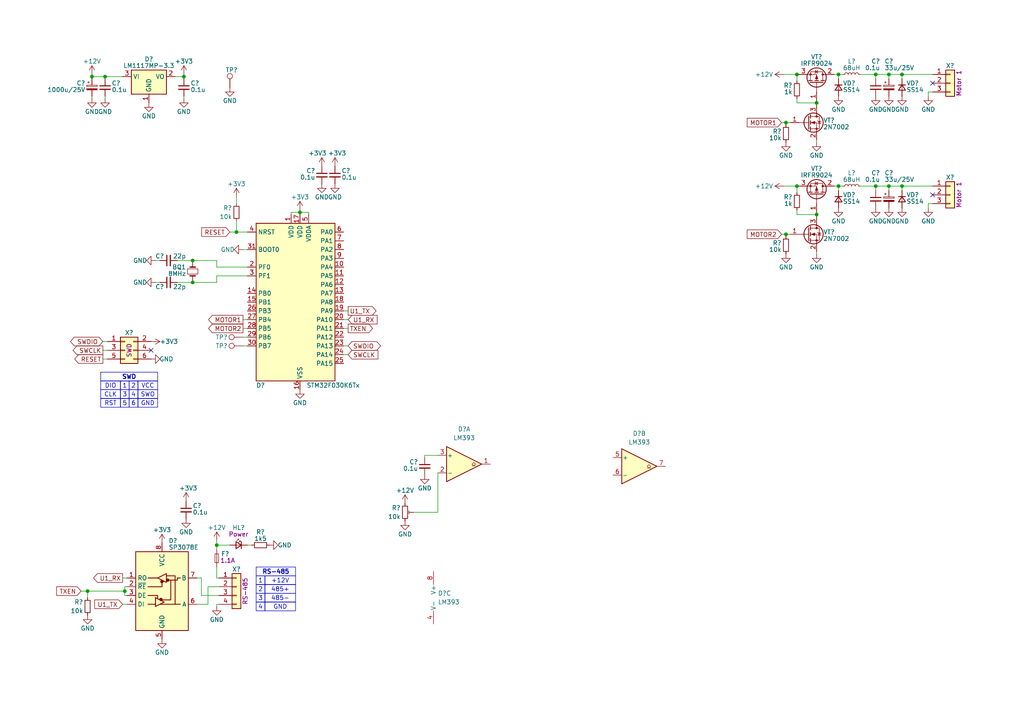
<source format=kicad_sch>
(kicad_sch (version 20230121) (generator eeschema)
  (paper "A4")
  (title_block (title "RS485_Relay2 module") (rev "1") (company "ООО \"Экросхим\"") (comment 1 "Anton Mukhin"))
  (lib_symbols
    (symbol "Comparator:LM393" (pin_names (offset 0.127))
      (property "Reference" "U" (at 3.81 3.81 0))
      (property "Value" "LM393" (at 6.35 -3.81 0))
      (symbol "LM393_1_1"
        (polyline (pts (xy -5.08 5.08) (xy 5.08 0) (xy -5.08 -5.08) (xy -5.08 5.08)) (stroke (width 0.254)) (fill (type background)))
        (polyline (pts (xy 3.302 -0.508) (xy 2.794 -0.508) (xy 3.302 0) (xy 2.794 0.508) (xy 2.286 0) (xy 2.794 -0.508) (xy 2.286 -0.508)) (stroke (width 0.127)))
        (pin open_collector line (at 7.62 0 180) (length 2.54) (name "~") (number "1"))
        (pin input line (at -7.62 -2.54 0) (length 2.54) (name "-") (number "2"))
        (pin input line (at -7.62 2.54 0) (length 2.54) (name "+") (number "3"))
      )
      (symbol "LM393_2_1"
        (polyline (pts (xy -5.08 5.08) (xy 5.08 0) (xy -5.08 -5.08) (xy -5.08 5.08)) (stroke (width 0.254)) (fill (type background)))
        (polyline (pts (xy 3.302 -0.508) (xy 2.794 -0.508) (xy 3.302 0) (xy 2.794 0.508) (xy 2.286 0) (xy 2.794 -0.508) (xy 2.286 -0.508)) (stroke (width 0.127)))
        (pin input line (at -7.62 2.54 0) (length 2.54) (name "+") (number "5"))
        (pin input line (at -7.62 -2.54 0) (length 2.54) (name "-") (number "6"))
        (pin open_collector line (at 7.62 0 180) (length 2.54) (name "~") (number "7"))
      )
      (symbol "LM393_3_1"
        (pin power_in line (at -2.54 -7.62 90) (length 3.81) (name "V-") (number "4"))
        (pin power_in line (at -2.54 7.62 270) (length 3.81) (name "V+") (number "8"))
      )
    )
    (symbol "Connector:TestPoint" (pin_numbers hide) (pin_names (offset 0.762) hide)
      (property "Reference" "TP" (at 0 6.858 0))
      (property "Value" "TestPoint" (at 0 5.08 0))
      (symbol "TestPoint_0_1"
        (circle (center 0 3.302) (radius 0.762))
      )
      (symbol "TestPoint_1_1"
        (pin passive line (at 0 0 90) (length 2.54) (name "1") (number "1"))
      )
    )
    (symbol "Connector_Generic:Conn_01x03" (pin_names (offset 1.016) hide)
      (property "Reference" "J" (at 0 5.08 0))
      (property "Value" "Conn_01x03" (at 0 -5.08 0))
      (symbol "Conn_01x03_1_1"
        (rectangle (start -1.27 -2.413) (end 0 -2.667) (stroke (width 0.1524)))
        (rectangle (start -1.27 0.127) (end 0 -0.127) (stroke (width 0.1524)))
        (rectangle (start -1.27 2.667) (end 0 2.413) (stroke (width 0.1524)))
        (rectangle (start -1.27 3.81) (end 1.27 -3.81) (stroke (width 0.254)) (fill (type background)))
        (pin passive line (at -5.08 2.54 0) (length 3.81) (name "Pin_1") (number "1"))
        (pin passive line (at -5.08 0 0) (length 3.81) (name "Pin_2") (number "2"))
        (pin passive line (at -5.08 -2.54 0) (length 3.81) (name "Pin_3") (number "3"))
      )
    )
    (symbol "Connector_Generic:Conn_01x04" (pin_names (offset 1.016) hide)
      (property "Reference" "J" (at 0 5.08 0))
      (property "Value" "Conn_01x04" (at 0 -7.62 0))
      (symbol "Conn_01x04_1_1"
        (rectangle (start -1.27 -4.953) (end 0 -5.207) (stroke (width 0.1524)))
        (rectangle (start -1.27 -2.413) (end 0 -2.667) (stroke (width 0.1524)))
        (rectangle (start -1.27 0.127) (end 0 -0.127) (stroke (width 0.1524)))
        (rectangle (start -1.27 2.667) (end 0 2.413) (stroke (width 0.1524)))
        (rectangle (start -1.27 3.81) (end 1.27 -6.35) (stroke (width 0.254)) (fill (type background)))
        (pin passive line (at -5.08 2.54 0) (length 3.81) (name "Pin_1") (number "1"))
        (pin passive line (at -5.08 0 0) (length 3.81) (name "Pin_2") (number "2"))
        (pin passive line (at -5.08 -2.54 0) (length 3.81) (name "Pin_3") (number "3"))
        (pin passive line (at -5.08 -5.08 0) (length 3.81) (name "Pin_4") (number "4"))
      )
    )
    (symbol "Connector_Generic:Conn_02x03_Odd_Even" (pin_names (offset 1.016) hide)
      (property "Reference" "J" (at 1.27 5.08 0))
      (property "Value" "Conn_02x03_Odd_Even" (at 1.27 -5.08 0))
      (symbol "Conn_02x03_Odd_Even_1_1"
        (rectangle (start -1.27 -2.413) (end 0 -2.667) (stroke (width 0.1524)))
        (rectangle (start -1.27 0.127) (end 0 -0.127) (stroke (width 0.1524)))
        (rectangle (start -1.27 2.667) (end 0 2.413) (stroke (width 0.1524)))
        (rectangle (start -1.27 3.81) (end 3.81 -3.81) (stroke (width 0.254)) (fill (type background)))
        (rectangle (start 3.81 -2.413) (end 2.54 -2.667) (stroke (width 0.1524)))
        (rectangle (start 3.81 0.127) (end 2.54 -0.127) (stroke (width 0.1524)))
        (rectangle (start 3.81 2.667) (end 2.54 2.413) (stroke (width 0.1524)))
        (pin passive line (at -5.08 2.54 0) (length 3.81) (name "Pin_1") (number "1"))
        (pin passive line (at 7.62 2.54 180) (length 3.81) (name "Pin_2") (number "2"))
        (pin passive line (at -5.08 0 0) (length 3.81) (name "Pin_3") (number "3"))
        (pin passive line (at 7.62 0 180) (length 3.81) (name "Pin_4") (number "4"))
        (pin passive line (at -5.08 -2.54 0) (length 3.81) (name "Pin_5") (number "5"))
        (pin passive line (at 7.62 -2.54 180) (length 3.81) (name "Pin_6") (number "6"))
      )
    )
    (symbol "Device:C_Polarized_Small" (pin_numbers hide) (pin_names (offset 0.254) hide)
      (property "Reference" "C" (at 0.254 1.778 0))
      (property "Value" "C_Polarized_Small" (at 0.254 -2.032 0))
      (symbol "C_Polarized_Small_0_1"
        (rectangle (start -1.524 -0.3048) (end 1.524 -0.6858) (fill (type outline)))
        (rectangle (start -1.524 0.6858) (end 1.524 0.3048))
        (polyline (pts (xy -1.27 1.524) (xy -0.762 1.524)))
        (polyline (pts (xy -1.016 1.27) (xy -1.016 1.778)))
      )
      (symbol "C_Polarized_Small_1_1"
        (pin passive line (at 0 2.54 270) (length 1.8542) (name "~") (number "1"))
        (pin passive line (at 0 -2.54 90) (length 1.8542) (name "~") (number "2"))
      )
    )
    (symbol "Device:C_Small" (pin_numbers hide) (pin_names (offset 0.254) hide)
      (property "Reference" "C" (at 0.254 1.778 0))
      (property "Value" "C_Small" (at 0.254 -2.032 0))
      (symbol "C_Small_0_1"
        (polyline (pts (xy -1.524 -0.508) (xy 1.524 -0.508)) (stroke (width 0.3302)))
        (polyline (pts (xy -1.524 0.508) (xy 1.524 0.508)) (stroke (width 0.3048)))
      )
      (symbol "C_Small_1_1"
        (pin passive line (at 0 2.54 270) (length 2.032) (name "~") (number "1"))
        (pin passive line (at 0 -2.54 90) (length 2.032) (name "~") (number "2"))
      )
    )
    (symbol "Device:Crystal_Small" (pin_numbers hide) (pin_names (offset 1.016) hide)
      (property "Reference" "Y" (at 0 2.54 0))
      (property "Value" "Crystal_Small" (at 0 -2.54 0))
      (symbol "Crystal_Small_0_1"
        (rectangle (start -0.762 -1.524) (end 0.762 1.524))
        (polyline (pts (xy -1.27 -0.762) (xy -1.27 0.762)) (stroke (width 0.381)))
        (polyline (pts (xy 1.27 -0.762) (xy 1.27 0.762)) (stroke (width 0.381)))
      )
      (symbol "Crystal_Small_1_1"
        (pin passive line (at -2.54 0 0) (length 1.27) (name "1") (number "1"))
        (pin passive line (at 2.54 0 180) (length 1.27) (name "2") (number "2"))
      )
    )
    (symbol "Device:D_Small" (pin_numbers hide) (pin_names (offset 0.254) hide)
      (property "Reference" "D" (at -1.27 2.032 0))
      (property "Value" "D_Small" (at -3.81 -2.032 0))
      (symbol "D_Small_0_1"
        (polyline (pts (xy -0.762 -1.016) (xy -0.762 1.016)) (stroke (width 0.254)))
        (polyline (pts (xy -0.762 0) (xy 0.762 0)))
        (polyline (pts (xy 0.762 -1.016) (xy -0.762 0) (xy 0.762 1.016) (xy 0.762 -1.016)) (stroke (width 0.254)))
      )
      (symbol "D_Small_1_1"
        (pin passive line (at -2.54 0 0) (length 1.778) (name "K") (number "1"))
        (pin passive line (at 2.54 0 180) (length 1.778) (name "A") (number "2"))
      )
    )
    (symbol "Device:Fuse_Small" (pin_numbers hide) (pin_names (offset 0.254) hide)
      (property "Reference" "F" (at 0 -1.524 0))
      (property "Value" "Fuse_Small" (at 0 1.524 0))
      (symbol "Fuse_Small_0_1"
        (rectangle (start -1.27 0.508) (end 1.27 -0.508))
        (polyline (pts (xy -1.27 0) (xy 1.27 0)))
      )
      (symbol "Fuse_Small_1_1"
        (pin passive line (at -2.54 0 0) (length 1.27) (name "~") (number "1"))
        (pin passive line (at 2.54 0 180) (length 1.27) (name "~") (number "2"))
      )
    )
    (symbol "Device:LED_Small" (pin_numbers hide) (pin_names (offset 0.254) hide)
      (property "Reference" "D" (at -1.27 3.175 0))
      (property "Value" "LED_Small" (at -4.445 -2.54 0))
      (symbol "LED_Small_0_1"
        (polyline (pts (xy -0.762 -1.016) (xy -0.762 1.016)) (stroke (width 0.254)))
        (polyline (pts (xy 1.016 0) (xy -0.762 0)))
        (polyline (pts (xy 0.762 -1.016) (xy -0.762 0) (xy 0.762 1.016) (xy 0.762 -1.016)) (stroke (width 0.254)))
        (polyline (pts (xy 0 0.762) (xy -0.508 1.27) (xy -0.254 1.27) (xy -0.508 1.27) (xy -0.508 1.016)))
        (polyline (pts (xy 0.508 1.27) (xy 0 1.778) (xy 0.254 1.778) (xy 0 1.778) (xy 0 1.524)))
      )
      (symbol "LED_Small_1_1"
        (pin passive line (at -2.54 0 0) (length 1.778) (name "K") (number "1"))
        (pin passive line (at 2.54 0 180) (length 1.778) (name "A") (number "2"))
      )
    )
    (symbol "Device:L_Small" (pin_numbers hide) (pin_names (offset 0.254) hide)
      (property "Reference" "L" (at 0.762 1.016 0))
      (property "Value" "L_Small" (at 0.762 -1.016 0))
      (symbol "L_Small_0_1"
        (arc (start 0 -2.032) (mid 0.5058 -1.524) (end 0 -1.016))
        (arc (start 0 -1.016) (mid 0.5058 -0.508) (end 0 0))
        (arc (start 0 0) (mid 0.5058 0.508) (end 0 1.016))
        (arc (start 0 1.016) (mid 0.5058 1.524) (end 0 2.032))
      )
      (symbol "L_Small_1_1"
        (pin passive line (at 0 2.54 270) (length 0.508) (name "~") (number "1"))
        (pin passive line (at 0 -2.54 90) (length 0.508) (name "~") (number "2"))
      )
    )
    (symbol "Device:Q_PMOS_GDS" (pin_names (offset 0) hide)
      (property "Reference" "Q" (at 5.08 1.27 0))
      (property "Value" "Q_PMOS_GDS" (at 5.08 -1.27 0))
      (symbol "Q_PMOS_GDS_0_1"
        (polyline (pts (xy 0.254 0) (xy -2.54 0)))
        (polyline (pts (xy 0.254 1.905) (xy 0.254 -1.905)) (stroke (width 0.254)))
        (polyline (pts (xy 0.762 -1.27) (xy 0.762 -2.286)) (stroke (width 0.254)))
        (polyline (pts (xy 0.762 0.508) (xy 0.762 -0.508)) (stroke (width 0.254)))
        (polyline (pts (xy 0.762 2.286) (xy 0.762 1.27)) (stroke (width 0.254)))
        (polyline (pts (xy 2.54 2.54) (xy 2.54 1.778)))
        (polyline (pts (xy 2.54 -2.54) (xy 2.54 0) (xy 0.762 0)))
        (polyline (pts (xy 0.762 1.778) (xy 3.302 1.778) (xy 3.302 -1.778) (xy 0.762 -1.778)))
        (polyline (pts (xy 2.286 0) (xy 1.27 0.381) (xy 1.27 -0.381) (xy 2.286 0)) (fill (type outline)))
        (polyline (pts (xy 2.794 -0.508) (xy 2.921 -0.381) (xy 3.683 -0.381) (xy 3.81 -0.254)))
        (polyline (pts (xy 3.302 -0.381) (xy 2.921 0.254) (xy 3.683 0.254) (xy 3.302 -0.381)))
        (circle (center 1.651 0) (radius 2.794) (stroke (width 0.254)))
        (circle (center 2.54 -1.778) (radius 0.254) (fill (type outline)))
        (circle (center 2.54 1.778) (radius 0.254) (fill (type outline)))
      )
      (symbol "Q_PMOS_GDS_1_1"
        (pin input line (at -5.08 0 0) (length 2.54) (name "G") (number "1"))
        (pin passive line (at 2.54 5.08 270) (length 2.54) (name "D") (number "2"))
        (pin passive line (at 2.54 -5.08 90) (length 2.54) (name "S") (number "3"))
      )
    )
    (symbol "Device:R_Small" (pin_numbers hide) (pin_names (offset 0.254) hide)
      (property "Reference" "R" (at 0.762 0.508 0))
      (property "Value" "R_Small" (at 0.762 -1.016 0))
      (symbol "R_Small_0_1"
        (rectangle (start -0.762 1.778) (end 0.762 -1.778) (stroke (width 0.2032)))
      )
      (symbol "R_Small_1_1"
        (pin passive line (at 0 2.54 270) (length 0.762) (name "~") (number "1"))
        (pin passive line (at 0 -2.54 90) (length 0.762) (name "~") (number "2"))
      )
    )
    (symbol "Ecohim:R_Trim_Small" (pin_numbers hide) (pin_names (offset 0.254) hide)
      (property "Reference" "R" (at 0.762 1.27 0))
      (property "Value" "R_Small" (at 0.762 -1.651 0))
      (symbol "R_Trim_Small_0_1"
        (rectangle (start -0.762 1.778) (end 0.762 -1.778) (stroke (width 0.2032)))
        (polyline (pts (xy 1.143 -0.508) (xy 1.143 0.508)))
      )
      (symbol "R_Trim_Small_1_1"
        (pin passive line (at 0 2.54 270) (length 0.762) (name "~") (number "1"))
        (pin passive line (at 2.54 0 180) (length 1.397) (name "~") (number "2"))
        (pin passive line (at 0 -2.54 90) (length 0.762) (name "~") (number "3"))
      )
    )
    (symbol "Interface_UART:MAX3485"
      (property "Reference" "U" (at -6.096 11.43 0))
      (property "Value" "MAX3485" (at 0.762 11.43 0))
      (symbol "MAX3485_0_1"
        (rectangle (start -7.62 10.16) (end 7.62 -12.7) (stroke (width 0.254)) (fill (type background)))
        (circle (center -0.3048 -3.683) (radius 0.3556) (stroke (width 0.254)) (fill (type outline)))
        (circle (center -0.0254 1.4986) (radius 0.3556) (stroke (width 0.254)) (fill (type outline)))
        (polyline (pts (xy -4.064 -5.08) (xy -1.905 -5.08)) (stroke (width 0.254)))
        (polyline (pts (xy -4.064 2.54) (xy -1.27 2.54)) (stroke (width 0.254)))
        (polyline (pts (xy -1.27 -3.2004) (xy -1.27 -3.4544)) (stroke (width 0.254)))
        (polyline (pts (xy -0.635 -5.08) (xy 5.334 -5.08)) (stroke (width 0.254)))
        (polyline (pts (xy -4.064 -2.54) (xy -1.27 -2.54) (xy -1.27 -3.175)) (stroke (width 0.254)))
        (polyline (pts (xy 0 1.27) (xy 0 0) (xy -4.064 0)) (stroke (width 0.254)))
        (polyline (pts (xy 1.27 3.175) (xy 3.81 3.175) (xy 3.81 -5.08)) (stroke (width 0.254)))
        (polyline (pts (xy 2.54 1.905) (xy 2.54 -3.81) (xy 0 -3.81)) (stroke (width 0.254)))
        (polyline (pts (xy -1.905 -3.175) (xy -1.905 -5.715) (xy 0.635 -4.445) (xy -1.905 -3.175)) (stroke (width 0.254)))
        (polyline (pts (xy -1.27 2.54) (xy 1.27 3.81) (xy 1.27 1.27) (xy -1.27 2.54)) (stroke (width 0.254)))
        (polyline (pts (xy 1.905 1.905) (xy 4.445 1.905) (xy 4.445 2.54) (xy 5.334 2.54)) (stroke (width 0.254)))
        (rectangle (start 1.27 3.175) (end 1.27 3.175))
        (circle (center 1.651 1.905) (radius 0.3556) (stroke (width 0.254)) (fill (type outline)))
      )
      (symbol "MAX3485_1_1"
        (pin output line (at -10.16 2.54 0) (length 2.54) (name "RO") (number "1"))
        (pin input line (at -10.16 0 0) (length 2.54) (name "~{RE}") (number "2"))
        (pin input line (at -10.16 -2.54 0) (length 2.54) (name "DE") (number "3"))
        (pin input line (at -10.16 -5.08 0) (length 2.54) (name "DI") (number "4"))
        (pin power_in line (at 0 -15.24 90) (length 2.54) (name "GND") (number "5"))
        (pin bidirectional line (at 10.16 -5.08 180) (length 2.54) (name "A") (number "6"))
        (pin bidirectional line (at 10.16 2.54 180) (length 2.54) (name "B") (number "7"))
        (pin power_in line (at 0 12.7 270) (length 2.54) (name "VCC") (number "8"))
      )
    )
    (symbol "MCU_ST_STM32F0:STM32F030K6Tx"
      (property "Reference" "U" (at -10.16 24.13 0))
      (property "Value" "STM32F030K6Tx" (at 7.62 24.13 0))
      (symbol "STM32F030K6Tx_0_1"
        (rectangle (start -10.16 -22.86) (end 12.7 22.86) (stroke (width 0.254)) (fill (type background)))
      )
      (symbol "STM32F030K6Tx_1_1"
        (pin power_in line (at 0 25.4 270) (length 2.54) (name "VDD") (number "1"))
        (pin bidirectional line (at 15.24 10.16 180) (length 2.54) (name "PA4") (number "10"))
        (pin bidirectional line (at 15.24 7.62 180) (length 2.54) (name "PA5") (number "11"))
        (pin bidirectional line (at 15.24 5.08 180) (length 2.54) (name "PA6") (number "12"))
        (pin bidirectional line (at 15.24 2.54 180) (length 2.54) (name "PA7") (number "13"))
        (pin bidirectional line (at -12.7 2.54 0) (length 2.54) (name "PB0") (number "14"))
        (pin bidirectional line (at -12.7 0 0) (length 2.54) (name "PB1") (number "15"))
        (pin power_in line (at 2.54 -25.4 90) (length 2.54) (name "VSS") (number "16"))
        (pin power_in line (at 2.54 25.4 270) (length 2.54) (name "VDD") (number "17"))
        (pin bidirectional line (at 15.24 0 180) (length 2.54) (name "PA8") (number "18"))
        (pin bidirectional line (at 15.24 -2.54 180) (length 2.54) (name "PA9") (number "19"))
        (pin bidirectional line (at -12.7 10.16 0) (length 2.54) (name "PF0") (number "2"))
        (pin bidirectional line (at 15.24 -5.08 180) (length 2.54) (name "PA10") (number "20"))
        (pin bidirectional line (at 15.24 -7.62 180) (length 2.54) (name "PA11") (number "21"))
        (pin bidirectional line (at 15.24 -10.16 180) (length 2.54) (name "PA12") (number "22"))
        (pin bidirectional line (at 15.24 -12.7 180) (length 2.54) (name "PA13") (number "23"))
        (pin bidirectional line (at 15.24 -15.24 180) (length 2.54) (name "PA14") (number "24"))
        (pin bidirectional line (at 15.24 -17.78 180) (length 2.54) (name "PA15") (number "25"))
        (pin bidirectional line (at -12.7 -2.54 0) (length 2.54) (name "PB3") (number "26"))
        (pin bidirectional line (at -12.7 -5.08 0) (length 2.54) (name "PB4") (number "27"))
        (pin bidirectional line (at -12.7 -7.62 0) (length 2.54) (name "PB5") (number "28"))
        (pin bidirectional line (at -12.7 -10.16 0) (length 2.54) (name "PB6") (number "29"))
        (pin bidirectional line (at -12.7 7.62 0) (length 2.54) (name "PF1") (number "3"))
        (pin bidirectional line (at -12.7 -12.7 0) (length 2.54) (name "PB7") (number "30"))
        (pin input line (at -12.7 15.24 0) (length 2.54) (name "BOOT0") (number "31"))
        (pin passive line (at 2.54 -25.4 90) (length 2.54) hide (name "VSS") (number "32"))
        (pin input line (at -12.7 20.32 0) (length 2.54) (name "NRST") (number "4"))
        (pin power_in line (at 5.08 25.4 270) (length 2.54) (name "VDDA") (number "5"))
        (pin bidirectional line (at 15.24 20.32 180) (length 2.54) (name "PA0") (number "6"))
        (pin bidirectional line (at 15.24 17.78 180) (length 2.54) (name "PA1") (number "7"))
        (pin bidirectional line (at 15.24 15.24 180) (length 2.54) (name "PA2") (number "8"))
        (pin bidirectional line (at 15.24 12.7 180) (length 2.54) (name "PA3") (number "9"))
      )
    )
    (symbol "Regulator_Linear:LM1117MP-3.3"
      (property "Reference" "U" (at -3.81 3.175 0))
      (property "Value" "LM1117MP-3.3" (at 0 3.175 0))
      (symbol "LM1117MP-3.3_0_1"
        (rectangle (start -5.08 -5.08) (end 5.08 1.905) (stroke (width 0.254)) (fill (type background)))
      )
      (symbol "LM1117MP-3.3_1_1"
        (pin power_in line (at 0 -7.62 90) (length 2.54) (name "GND") (number "1"))
        (pin power_out line (at 7.62 0 180) (length 2.54) (name "VO") (number "2"))
        (pin power_in line (at -7.62 0 0) (length 2.54) (name "VI") (number "3"))
      )
    )
    (symbol "Transistor_FET:2N7002" (pin_names hide)
      (property "Reference" "Q" (at 5.08 1.905 0))
      (property "Value" "2N7002" (at 5.08 0 0))
      (symbol "2N7002_0_1"
        (polyline (pts (xy 0.254 0) (xy -2.54 0)))
        (polyline (pts (xy 0.254 1.905) (xy 0.254 -1.905)) (stroke (width 0.254)))
        (polyline (pts (xy 0.762 -1.27) (xy 0.762 -2.286)) (stroke (width 0.254)))
        (polyline (pts (xy 0.762 0.508) (xy 0.762 -0.508)) (stroke (width 0.254)))
        (polyline (pts (xy 0.762 2.286) (xy 0.762 1.27)) (stroke (width 0.254)))
        (polyline (pts (xy 2.54 2.54) (xy 2.54 1.778)))
        (polyline (pts (xy 2.54 -2.54) (xy 2.54 0) (xy 0.762 0)))
        (polyline (pts (xy 0.762 -1.778) (xy 3.302 -1.778) (xy 3.302 1.778) (xy 0.762 1.778)))
        (polyline (pts (xy 1.016 0) (xy 2.032 0.381) (xy 2.032 -0.381) (xy 1.016 0)) (fill (type outline)))
        (polyline (pts (xy 2.794 0.508) (xy 2.921 0.381) (xy 3.683 0.381) (xy 3.81 0.254)))
        (polyline (pts (xy 3.302 0.381) (xy 2.921 -0.254) (xy 3.683 -0.254) (xy 3.302 0.381)))
        (circle (center 1.651 0) (radius 2.794) (stroke (width 0.254)))
        (circle (center 2.54 -1.778) (radius 0.254) (fill (type outline)))
        (circle (center 2.54 1.778) (radius 0.254) (fill (type outline)))
      )
      (symbol "2N7002_1_1"
        (pin input line (at -5.08 0 0) (length 2.54) (name "G") (number "1"))
        (pin passive line (at 2.54 -5.08 90) (length 2.54) (name "S") (number "2"))
        (pin passive line (at 2.54 5.08 270) (length 2.54) (name "D") (number "3"))
      )
    )
    (symbol "power:+12V" (power) (pin_names (offset 0))
      (property "Value" "+12V" (at 0 3.556 0))
      (symbol "+12V_0_1"
        (polyline (pts (xy -0.762 1.27) (xy 0 2.54)))
        (polyline (pts (xy 0 0) (xy 0 2.54)))
        (polyline (pts (xy 0 2.54) (xy 0.762 1.27)))
      )
      (symbol "+12V_1_1"
        (pin power_in line (at 0 0 90) (length 0) hide (name "+12V") (number "1"))
      )
    )
    (symbol "power:+3V3" (power) (pin_names (offset 0))
      (property "Value" "+3V3" (at 0 3.556 0))
      (symbol "+3V3_0_1"
        (polyline (pts (xy -0.762 1.27) (xy 0 2.54)))
        (polyline (pts (xy 0 0) (xy 0 2.54)))
        (polyline (pts (xy 0 2.54) (xy 0.762 1.27)))
      )
      (symbol "+3V3_1_1"
        (pin power_in line (at 0 0 90) (length 0) hide (name "+3V3") (number "1"))
      )
    )
    (symbol "power:GND" (power) (pin_names (offset 0))
      (property "Value" "GND" (at 0 -3.81 0))
      (symbol "GND_0_1"
        (polyline (pts (xy 0 0) (xy 0 -1.27) (xy 1.27 -1.27) (xy 0 -2.54) (xy -1.27 -1.27) (xy 0 -1.27)))
      )
      (symbol "GND_1_1"
        (pin power_in line (at 0 0 270) (length 0) hide (name "GND") (number "1"))
      )
    )
  )
  (junction (at 257.81 21.59))
  (junction (at 86.995 61.595))
  (junction (at 231.14 21.59))
  (junction (at 231.14 53.975))
  (junction (at 62.865 158.115))
  (junction (at 257.81 53.975))
  (junction (at 254 53.975))
  (junction (at 236.855 62.23))
  (junction (at 55.88 75.565))
  (junction (at 236.855 29.845))
  (junction (at 25.4 171.45))
  (junction (at 26.67 22.225))
  (junction (at 36.195 171.45))
  (junction (at 243.205 21.59))
  (junction (at 261.62 53.975))
  (junction (at 53.34 22.225))
  (junction (at 243.205 53.975))
  (junction (at 254 21.59))
  (junction (at 227.965 67.945))
  (junction (at 55.88 81.915))
  (junction (at 30.48 22.225))
  (junction (at 68.58 67.31))
  (junction (at 261.62 21.59))
  (junction (at 227.965 35.56))
  (no_connect (at 43.815 101.6))
  (no_connect (at 270.51 56.515))
  (no_connect (at 270.51 24.13))
  (wire (pts (xy 29.845 101.6) (xy 31.115 101.6)))
  (wire (pts (xy 227.33 21.59) (xy 231.14 21.59)))
  (wire (pts (xy 25.4 171.45) (xy 36.195 171.45)))
  (wire (pts (xy 63.5 175.26) (xy 62.865 175.26)))
  (wire (pts (xy 30.48 22.225) (xy 35.56 22.225)))
  (wire (pts (xy 249.555 53.975) (xy 254 53.975)))
  (wire (pts (xy 62.865 81.915) (xy 55.88 81.915)))
  (wire (pts (xy 261.62 53.975) (xy 261.62 55.245)))
  (wire (pts (xy 236.855 29.845) (xy 236.855 30.48)))
  (wire (pts (xy 257.81 53.975) (xy 257.81 55.245)))
  (wire (pts (xy 45.085 75.565) (xy 46.355 75.565)))
  (wire (pts (xy 53.34 22.225) (xy 53.34 22.86)))
  (wire (pts (xy 62.865 75.565) (xy 55.88 75.565)))
  (wire (pts (xy 231.14 21.59) (xy 231.775 21.59)))
  (wire (pts (xy 99.695 100.33) (xy 100.965 100.33)))
  (wire (pts (xy 71.755 80.01) (xy 62.865 80.01)))
  (wire (pts (xy 23.495 171.45) (xy 25.4 171.45)))
  (wire (pts (xy 63.5 167.64) (xy 62.865 167.64)))
  (wire (pts (xy 62.865 175.26) (xy 62.865 175.895)))
  (wire (pts (xy 55.88 75.565) (xy 55.88 76.2)))
  (wire (pts (xy 66.675 67.31) (xy 68.58 67.31)))
  (wire (pts (xy 70.485 92.71) (xy 71.755 92.71)))
  (wire (pts (xy 29.845 99.06) (xy 31.115 99.06)))
  (wire (pts (xy 68.58 64.135) (xy 68.58 67.31)))
  (wire (pts (xy 50.8 22.225) (xy 53.34 22.225)))
  (wire (pts (xy 236.855 62.23) (xy 236.855 62.865)))
  (wire (pts (xy 99.695 92.71) (xy 100.965 92.71)))
  (wire (pts (xy 63.5 172.72) (xy 58.42 172.72)))
  (wire (pts (xy 62.865 167.64) (xy 62.865 164.465)))
  (wire (pts (xy 53.34 27.94) (xy 53.34 28.575)))
  (wire (pts (xy 70.485 100.33) (xy 71.755 100.33)))
  (wire (pts (xy 45.085 81.915) (xy 46.355 81.915)))
  (wire (pts (xy 86.995 60.96) (xy 86.995 61.595)))
  (wire (pts (xy 86.995 61.595) (xy 89.535 61.595)))
  (wire (pts (xy 231.14 53.975) (xy 231.14 55.88)))
  (wire (pts (xy 254 53.975) (xy 254 55.245)))
  (wire (pts (xy 231.14 62.23) (xy 236.855 62.23)))
  (wire (pts (xy 99.695 95.25) (xy 100.965 95.25)))
  (wire (pts (xy 123.19 132.08) (xy 123.19 132.715)))
  (wire (pts (xy 227.33 53.975) (xy 231.14 53.975)))
  (wire (pts (xy 26.67 21.59) (xy 26.67 22.225)))
  (wire (pts (xy 35.56 167.64) (xy 36.83 167.64)))
  (wire (pts (xy 68.58 57.15) (xy 68.58 59.055)))
  (wire (pts (xy 71.755 77.47) (xy 62.865 77.47)))
  (wire (pts (xy 26.67 27.94) (xy 26.67 28.575)))
  (wire (pts (xy 236.855 29.21) (xy 236.855 29.845)))
  (wire (pts (xy 226.695 67.945) (xy 227.965 67.945)))
  (wire (pts (xy 70.485 97.79) (xy 71.755 97.79)))
  (wire (pts (xy 99.695 102.87) (xy 100.965 102.87)))
  (wire (pts (xy 257.81 21.59) (xy 257.81 22.86)))
  (wire (pts (xy 29.845 104.14) (xy 31.115 104.14)))
  (wire (pts (xy 270.51 59.055) (xy 269.24 59.055)))
  (wire (pts (xy 231.14 53.975) (xy 231.775 53.975)))
  (wire (pts (xy 57.15 175.26) (xy 60.325 175.26)))
  (wire (pts (xy 269.24 59.055) (xy 269.24 60.325)))
  (wire (pts (xy 249.555 21.59) (xy 254 21.59)))
  (wire (pts (xy 257.81 53.975) (xy 261.62 53.975)))
  (wire (pts (xy 58.42 167.64) (xy 57.15 167.64)))
  (wire (pts (xy 62.865 158.115) (xy 66.675 158.115)))
  (wire (pts (xy 68.58 67.31) (xy 71.755 67.31)))
  (wire (pts (xy 25.4 171.45) (xy 25.4 173.355)))
  (wire (pts (xy 58.42 172.72) (xy 58.42 167.64)))
  (wire (pts (xy 231.14 28.575) (xy 231.14 29.845)))
  (wire (pts (xy 236.855 73.025) (xy 236.855 73.66)))
  (wire (pts (xy 270.51 26.67) (xy 269.24 26.67)))
  (wire (pts (xy 231.14 21.59) (xy 231.14 23.495)))
  (wire (pts (xy 71.755 158.115) (xy 73.025 158.115)))
  (wire (pts (xy 226.695 35.56) (xy 227.965 35.56)))
  (wire (pts (xy 36.195 170.18) (xy 36.83 170.18)))
  (wire (pts (xy 243.205 21.59) (xy 243.205 22.86)))
  (wire (pts (xy 84.455 62.23) (xy 84.455 61.595)))
  (wire (pts (xy 55.88 81.915) (xy 55.88 81.28)))
  (wire (pts (xy 236.855 61.595) (xy 236.855 62.23)))
  (wire (pts (xy 53.34 21.59) (xy 53.34 22.225)))
  (wire (pts (xy 60.325 170.18) (xy 63.5 170.18)))
  (wire (pts (xy 51.435 81.915) (xy 55.88 81.915)))
  (wire (pts (xy 243.205 53.975) (xy 244.475 53.975)))
  (wire (pts (xy 241.935 53.975) (xy 243.205 53.975)))
  (wire (pts (xy 127 148.59) (xy 127 137.16)))
  (wire (pts (xy 231.14 29.845) (xy 236.855 29.845)))
  (wire (pts (xy 227.965 67.945) (xy 227.965 68.58)))
  (wire (pts (xy 36.83 172.72) (xy 36.195 172.72)))
  (wire (pts (xy 231.14 60.96) (xy 231.14 62.23)))
  (wire (pts (xy 227.965 35.56) (xy 227.965 36.195)))
  (wire (pts (xy 36.195 172.72) (xy 36.195 171.45)))
  (wire (pts (xy 127 132.08) (xy 123.19 132.08)))
  (wire (pts (xy 26.67 22.225) (xy 30.48 22.225)))
  (wire (pts (xy 120.015 148.59) (xy 127 148.59)))
  (wire (pts (xy 261.62 21.59) (xy 270.51 21.59)))
  (wire (pts (xy 86.995 61.595) (xy 86.995 62.23)))
  (wire (pts (xy 89.535 61.595) (xy 89.535 62.23)))
  (wire (pts (xy 51.435 75.565) (xy 55.88 75.565)))
  (wire (pts (xy 261.62 21.59) (xy 261.62 22.86)))
  (wire (pts (xy 99.695 90.17) (xy 100.965 90.17)))
  (wire (pts (xy 254 21.59) (xy 254 22.86)))
  (wire (pts (xy 84.455 61.595) (xy 86.995 61.595)))
  (wire (pts (xy 62.865 156.845) (xy 62.865 158.115)))
  (wire (pts (xy 269.24 26.67) (xy 269.24 27.94)))
  (wire (pts (xy 70.485 72.39) (xy 71.755 72.39)))
  (wire (pts (xy 35.56 175.26) (xy 36.83 175.26)))
  (wire (pts (xy 62.865 80.01) (xy 62.865 81.915)))
  (wire (pts (xy 62.865 158.115) (xy 62.865 159.385)))
  (wire (pts (xy 243.205 53.975) (xy 243.205 55.245)))
  (wire (pts (xy 227.965 35.56) (xy 229.235 35.56)))
  (wire (pts (xy 261.62 53.975) (xy 270.51 53.975)))
  (wire (pts (xy 236.855 40.64) (xy 236.855 41.275)))
  (wire (pts (xy 241.935 21.59) (xy 243.205 21.59)))
  (wire (pts (xy 60.325 175.26) (xy 60.325 170.18)))
  (wire (pts (xy 70.485 95.25) (xy 71.755 95.25)))
  (wire (pts (xy 30.48 22.225) (xy 30.48 22.86)))
  (wire (pts (xy 26.67 22.225) (xy 26.67 22.86)))
  (wire (pts (xy 254 21.59) (xy 257.81 21.59)))
  (wire (pts (xy 254 53.975) (xy 257.81 53.975)))
  (wire (pts (xy 62.865 77.47) (xy 62.865 75.565)))
  (wire (pts (xy 227.965 67.945) (xy 229.235 67.945)))
  (wire (pts (xy 243.205 21.59) (xy 244.475 21.59)))
  (wire (pts (xy 257.81 21.59) (xy 261.62 21.59)))
  (wire (pts (xy 36.195 171.45) (xy 36.195 170.18)))
  (wire (pts (xy 30.48 27.94) (xy 30.48 28.575)))
  (text_box "4" (at 37.465 113.03 0) (size 2.54 2.54) (effects (font (size 1.27 1.27))))
  (text_box "SWD" (at 29.21 107.95 0) (size 16.51 2.54) (effects (font (size 1.27 1.27) (thickness 0.254) bold)))
  (text_box "4" (at 74.295 174.625 0) (size 2.54 2.54) (effects (font (size 1.27 1.27))))
  (text_box "3" (at 34.925 113.03 0) (size 2.54 2.54) (effects (font (size 1.27 1.27))))
  (text_box "CLK" (at 29.21 113.03 0) (size 5.715 2.54) (effects (font (size 1.27 1.27))))
  (text_box "5" (at 34.925 115.57 0) (size 2.54 2.54) (effects (font (size 1.27 1.27))))
  (text_box "1" (at 34.925 110.49 0) (size 2.54 2.54) (effects (font (size 1.27 1.27))))
  (text_box "RS-485" (at 74.295 164.465 0) (size 11.43 2.54) (effects (font (size 1.27 1.27) (thickness 0.254) bold)))
  (text_box "2" (at 74.295 169.545 0) (size 2.54 2.54) (effects (font (size 1.27 1.27))))
  (text_box "485+" (at 76.835 169.545 0) (size 8.89 2.54) (effects (font (size 1.27 1.27))))
  (text_box "DIO" (at 29.21 110.49 0) (size 5.715 2.54) (effects (font (size 1.27 1.27))))
  (text_box "GND" (at 76.835 174.625 0) (size 8.89 2.54) (effects (font (size 1.27 1.27))))
  (text_box "GND" (at 40.005 115.57 0) (size 5.715 2.54) (effects (font (size 1.27 1.27))))
  (text_box "1" (at 74.295 167.005 0) (size 2.54 2.54) (effects (font (size 1.27 1.27))))
  (text_box "3" (at 74.295 172.085 0) (size 2.54 2.54) (effects (font (size 1.27 1.27))))
  (text_box "RST" (at 29.21 115.57 0) (size 5.715 2.54) (effects (font (size 1.27 1.27))))
  (text_box "6" (at 37.465 115.57 0) (size 2.54 2.54) (effects (font (size 1.27 1.27))))
  (text_box "2" (at 37.465 110.49 0) (size 2.54 2.54) (effects (font (size 1.27 1.27))))
  (text_box "+12V" (at 76.835 167.005 0) (size 8.89 2.54) (effects (font (size 1.27 1.27))))
  (text_box "VCC" (at 40.005 110.49 0) (size 5.715 2.54) (effects (font (size 1.27 1.27))))
  (text_box "SWO" (at 40.005 113.03 0) (size 5.715 2.54) (effects (font (size 1.27 1.27))))
  (text_box "485-" (at 76.835 172.085 0) (size 8.89 2.54) (effects (font (size 1.27 1.27))))
  (global_label "U1_TX" (shape input) (at 35.56 175.26 180) (property "Intersheetrefs" "${INTERSHEET_REFS}" (effects hide)))
  (global_label "U1_RX" (shape input) (at 100.965 92.71 0) (property "Intersheetrefs" "${INTERSHEET_REFS}" (effects hide)))
  (global_label "TXEN" (shape input) (at 23.495 171.45 180) (property "Intersheetrefs" "${INTERSHEET_REFS}" (effects hide)))
  (global_label "SWDIO" (shape bidirectional) (at 100.965 100.33 0) (property "Intersheetrefs" "${INTERSHEET_REFS}" (effects hide)))
  (global_label "SWDIO" (shape bidirectional) (at 29.845 99.06 180) (property "Intersheetrefs" "${INTERSHEET_REFS}" (effects hide)))
  (global_label "RESET" (shape input) (at 66.675 67.31 180) (property "Intersheetrefs" "${INTERSHEET_REFS}" (effects hide)))
  (global_label "SWCLK" (shape output) (at 29.845 101.6 180) (property "Intersheetrefs" "${INTERSHEET_REFS}" (effects hide)))
  (global_label "U1_RX" (shape output) (at 35.56 167.64 180) (property "Intersheetrefs" "${INTERSHEET_REFS}" (effects hide)))
  (global_label "SWCLK" (shape input) (at 100.965 102.87 0) (property "Intersheetrefs" "${INTERSHEET_REFS}" (effects hide)))
  (global_label "U1_TX" (shape output) (at 100.965 90.17 0) (property "Intersheetrefs" "${INTERSHEET_REFS}" (effects hide)))
  (global_label "TXEN" (shape output) (at 100.965 95.25 0) (property "Intersheetrefs" "${INTERSHEET_REFS}" (effects hide)))
  (global_label "MOTOR2" (shape input) (at 226.695 67.945 180) (property "Intersheetrefs" "${INTERSHEET_REFS}" (effects hide)))
  (global_label "RESET" (shape output) (at 29.845 104.14 180) (property "Intersheetrefs" "${INTERSHEET_REFS}" (effects hide)))
  (global_label "MOTOR1" (shape output) (at 70.485 92.71 180) (property "Intersheetrefs" "${INTERSHEET_REFS}" (effects hide)))
  (global_label "MOTOR1" (shape input) (at 226.695 35.56 180) (property "Intersheetrefs" "${INTERSHEET_REFS}" (effects hide)))
  (global_label "MOTOR2" (shape output) (at 70.485 95.25 180) (property "Intersheetrefs" "${INTERSHEET_REFS}" (effects hide)))
  (symbol (lib_id "power:GND") (at 43.18 29.845 0) (unit 1)
    (property "Reference" "#PWR03" (effects hide))
    (property "Value" "GND" (at 43.18 33.655 0))
  )
  (symbol (lib_id "Transistor_FET:2N7002") (at 234.315 35.56 0) (unit 1)
    (property "Reference" "VT?" (at 238.76 34.925 0) (effects (justify left)))
    (property "Value" "2N7002" (at 238.76 36.83 0) (effects (justify left)))
    (property "Footprint" "Package_TO_SOT_SMD:SOT-23" (effects hide))
    (property "Datasheet" "https://www.onsemi.com/pub/Collateral/NDS7002A-D.PDF" (effects hide))
  )
  (symbol (lib_id "power:+12V") (at 62.865 156.845 0) (unit 1)
    (property "Reference" "#PWR026" (effects hide))
    (property "Value" "+12V" (at 62.865 153.035 0))
  )
  (symbol (lib_id "Connector:TestPoint") (at 66.675 25.4 0) (unit 1) (in_bom no)
    (property "Reference" "TP?" (at 65.405 20.32 0) (effects (justify left)))
    (property "Value" "TestPoint" (effects hide))
  )
  (symbol (lib_id "Connector_Generic:Conn_01x03") (at 275.59 56.515 0) (unit 1)
    (property "Reference" "X?" (at 275.59 51.435 0))
    (property "Value" "WF-3R" (effects hide))
    (property "Label" "Motor 1" (at 278.13 56.515 90))
  )
  (symbol (lib_id "Device:Crystal_Small") (at 55.88 78.74 90) (unit 1)
    (property "Reference" "BQ1" (at 53.975 77.47 90) (effects (justify left)))
    (property "Value" "8MHz" (at 53.975 79.375 90) (effects (justify left)))
  )
  (symbol (lib_id "Device:LED_Small") (at 69.215 158.115 0) (mirror y) (unit 1)
    (property "Reference" "HL?" (at 69.215 153.035 0))
    (property "Value" "KP-2012SGD" (effects hide))
    (property "Label" "Power" (at 69.215 154.94 0))
  )
  (symbol (lib_id "power:+3V3") (at 43.815 99.06 270) (unit 1)
    (property "Reference" "#PWR015" (effects hide))
    (property "Value" "+3V3" (at 46.355 99.06 90) (effects (justify left)))
  )
  (symbol (lib_id "power:GND") (at 30.48 28.575 0) (unit 1)
    (property "Reference" "#PWR05" (effects hide))
    (property "Value" "GND" (at 30.48 32.385 0))
  )
  (symbol (lib_id "Device:C_Small") (at 123.19 135.255 0) (mirror y) (unit 1)
    (property "Reference" "C?" (at 121.285 133.985 0) (effects (justify left)))
    (property "Value" "0.1u" (at 121.285 135.89 0) (effects (justify left)))
  )
  (symbol (lib_id "Device:D_Small") (at 243.205 57.785 270) (unit 1)
    (property "Reference" "VD?" (at 244.475 56.515 90) (effects (justify left)))
    (property "Value" "SS14" (at 244.475 58.42 90) (effects (justify left)))
    (property "Sim.Device" "D" (effects hide))
    (property "Sim.Pins" "1=K 2=A" (effects hide))
  )
  (symbol (lib_id "Comparator:LM393") (at 128.27 173.355 0) (unit 3)
    (property "Reference" "D?" (at 127 172.085 0) (effects (justify left)))
    (property "Value" "LM393" (at 127 174.625 0) (effects (justify left)))
    (property "Datasheet" "http://www.ti.com/lit/ds/symlink/lm393.pdf" (effects hide))
  )
  (symbol (lib_id "Comparator:LM393") (at 185.42 135.255 0) (unit 2)
    (property "Reference" "D?" (at 185.42 125.73 0))
    (property "Value" "LM393" (at 185.42 128.27 0))
    (property "Datasheet" "http://www.ti.com/lit/ds/symlink/lm393.pdf" (effects hide))
  )
  (symbol (lib_id "Connector_Generic:Conn_01x03") (at 275.59 24.13 0) (unit 1)
    (property "Reference" "X?" (at 275.59 19.05 0))
    (property "Value" "WF-3R" (effects hide))
    (property "Label" "Motor 1" (at 278.13 24.13 90))
  )
  (symbol (lib_id "power:GND") (at 46.99 185.42 0) (unit 1)
    (property "Reference" "#PWR018" (effects hide))
    (property "Value" "GND" (at 46.99 189.23 0))
  )
  (symbol (lib_id "power:+12V") (at 227.33 21.59 90) (unit 1)
    (property "Reference" "#PWR028" (effects hide))
    (property "Value" "+12V" (at 221.615 21.59 90))
  )
  (symbol (lib_id "Device:C_Small") (at 48.895 75.565 90) (unit 1)
    (property "Reference" "C?" (at 47.625 74.295 90) (effects (justify left)))
    (property "Value" "22p" (at 50.165 74.295 90) (effects (justify right)))
  )
  (symbol (lib_id "Transistor_FET:2N7002") (at 234.315 67.945 0) (unit 1)
    (property "Reference" "VT?" (at 238.76 67.31 0) (effects (justify left)))
    (property "Value" "2N7002" (at 238.76 69.215 0) (effects (justify left)))
    (property "Footprint" "Package_TO_SOT_SMD:SOT-23" (effects hide))
    (property "Datasheet" "https://www.onsemi.com/pub/Collateral/NDS7002A-D.PDF" (effects hide))
  )
  (symbol (lib_id "power:GND") (at 45.085 75.565 270) (unit 1)
    (property "Reference" "#PWR012" (effects hide))
    (property "Value" "GND" (at 40.64 75.565 90))
  )
  (symbol (lib_id "Device:D_Small") (at 261.62 25.4 270) (unit 1)
    (property "Reference" "VD?" (at 262.89 24.13 90) (effects (justify left)))
    (property "Value" "SS14" (at 262.89 26.035 90) (effects (justify left)))
    (property "Sim.Device" "D" (effects hide))
    (property "Sim.Pins" "1=K 2=A" (effects hide))
  )
  (symbol (lib_id "power:GND") (at 227.965 73.66 0) (unit 1)
    (property "Reference" "#PWR037" (effects hide))
    (property "Value" "GND" (at 227.965 77.47 0))
  )
  (symbol (lib_id "power:+3V3") (at 53.975 145.415 0) (unit 1)
    (property "Reference" "#PWR022" (effects hide))
    (property "Value" "+3V3" (at 54.61 141.605 0))
  )
  (symbol (lib_id "power:GND") (at 70.485 72.39 270) (unit 1)
    (property "Reference" "#PWR011" (effects hide))
    (property "Value" "GND" (at 66.04 72.39 90))
  )
  (symbol (lib_id "Interface_UART:MAX3485") (at 46.99 170.18 0) (unit 1)
    (property "Reference" "D?" (at 48.895 156.845 0) (effects (justify left)))
    (property "Value" "SP3078E" (at 48.895 158.75 0) (effects (justify left)))
  )
  (symbol (lib_id "power:GND") (at 243.205 60.325 0) (unit 1)
    (property "Reference" "#PWR039" (effects hide))
    (property "Value" "GND" (at 243.205 64.135 0))
  )
  (symbol (lib_id "power:GND") (at 62.865 175.895 0) (unit 1)
    (property "Reference" "#PWR025" (effects hide))
    (property "Value" "GND" (at 62.865 179.705 0))
  )
  (symbol (lib_id "Device:C_Small") (at 254 57.785 0) (mirror y) (unit 1)
    (property "Reference" "C?" (at 255.27 50.165 0) (effects (justify left)))
    (property "Value" "0.1u" (at 255.27 52.07 0) (effects (justify left)))
  )
  (symbol (lib_id "power:GND") (at 86.995 113.03 0) (unit 1)
    (property "Reference" "#PWR07" (effects hide))
    (property "Value" "GND" (at 86.995 116.84 0))
  )
  (symbol (lib_id "power:+3V3") (at 86.995 60.96 0) (unit 1)
    (property "Reference" "#PWR010" (effects hide))
    (property "Value" "+3V3" (at 86.995 57.15 0))
  )
  (symbol (lib_id "Comparator:LM393") (at 134.62 134.62 0) (unit 1)
    (property "Reference" "D?" (at 134.62 124.46 0))
    (property "Value" "LM393" (at 134.62 127 0))
    (property "Datasheet" "http://www.ti.com/lit/ds/symlink/lm393.pdf" (effects hide))
  )
  (symbol (lib_id "Device:D_Small") (at 243.205 25.4 270) (unit 1)
    (property "Reference" "VD?" (at 244.475 24.13 90) (effects (justify left)))
    (property "Value" "SS14" (at 244.475 26.035 90) (effects (justify left)))
    (property "Sim.Device" "D" (effects hide))
    (property "Sim.Pins" "1=K 2=A" (effects hide))
  )
  (symbol (lib_id "power:GND") (at 66.675 25.4 0) (unit 1)
    (property "Reference" "#PWR019" (effects hide))
    (property "Value" "GND" (at 66.675 29.21 0))
  )
  (symbol (lib_id "Device:C_Small") (at 93.345 50.8 0) (mirror y) (unit 1)
    (property "Reference" "C?" (at 91.44 49.53 0) (effects (justify left)))
    (property "Value" "0.1u" (at 91.44 51.435 0) (effects (justify left)))
  )
  (symbol (lib_id "power:GND") (at 261.62 27.94 0) (unit 1)
    (property "Reference" "#PWR034" (effects hide))
    (property "Value" "GND" (at 261.62 31.75 0))
  )
  (symbol (lib_id "power:GND") (at 227.965 41.275 0) (unit 1)
    (property "Reference" "#PWR029" (effects hide))
    (property "Value" "GND" (at 227.965 45.085 0))
  )
  (symbol (lib_id "power:GND") (at 93.345 53.34 0) (unit 1)
    (property "Reference" "#PWR08" (effects hide))
    (property "Value" "GND" (at 93.345 57.15 0))
  )
  (symbol (lib_id "Device:R_Small") (at 227.965 38.735 0) (unit 1)
    (property "Reference" "R?" (at 226.695 38.1 0) (effects (justify right)))
    (property "Value" "10k" (at 226.695 40.005 0) (effects (justify right)))
  )
  (symbol (lib_id "MCU_ST_STM32F0:STM32F030K6Tx") (at 84.455 87.63 0) (unit 1)
    (property "Reference" "D?" (at 74.295 111.76 0) (effects (justify left)))
    (property "Value" "STM32F030K6Tx" (at 88.9 111.76 0) (effects (justify left)))
    (property "Footprint" "Package_QFP:LQFP-32_7x7mm_P0.8mm" (effects hide))
    (property "Datasheet" "https://www.st.com/resource/en/datasheet/stm32f030k6.pdf" (effects hide))
  )
  (symbol (lib_id "power:+3V3") (at 46.99 157.48 0) (unit 1)
    (property "Reference" "#PWR017" (effects hide))
    (property "Value" "+3V3" (at 46.99 153.67 0))
  )
  (symbol (lib_id "Device:C_Polarized_Small") (at 26.67 25.4 0) (unit 1)
    (property "Reference" "C?" (at 24.765 24.13 0) (effects (justify right)))
    (property "Value" "1000u/25V" (at 24.765 26.035 0) (effects (justify right)))
  )
  (symbol (lib_id "power:+3V3") (at 53.34 21.59 0) (unit 1)
    (property "Reference" "#PWR02" (effects hide))
    (property "Value" "+3V3" (at 53.34 17.78 0))
  )
  (symbol (lib_id "power:GND") (at 261.62 60.325 0) (unit 1)
    (property "Reference" "#PWR042" (effects hide))
    (property "Value" "GND" (at 261.62 64.135 0))
  )
  (symbol (lib_id "power:GND") (at 257.81 27.94 0) (unit 1)
    (property "Reference" "#PWR033" (effects hide))
    (property "Value" "GND" (at 257.81 31.75 0))
  )
  (symbol (lib_id "power:GND") (at 43.815 104.14 90) (mirror x) (unit 1)
    (property "Reference" "#PWR014" (effects hide))
    (property "Value" "GND" (at 48.26 104.14 90))
  )
  (symbol (lib_id "Device:L_Small") (at 247.015 21.59 90) (unit 1)
    (property "Reference" "L?" (at 247.015 17.78 90))
    (property "Value" "68uH" (at 247.015 19.685 90))
  )
  (symbol (lib_id "power:GND") (at 53.975 150.495 0) (unit 1)
    (property "Reference" "#PWR023" (effects hide))
    (property "Value" "GND" (at 53.975 154.305 0))
  )
  (symbol (lib_id "Device:C_Polarized_Small") (at 257.81 25.4 0) (unit 1)
    (property "Reference" "C?" (at 256.54 17.78 0) (effects (justify left)))
    (property "Value" "33u/25V" (at 256.54 19.685 0) (effects (justify left)))
  )
  (symbol (lib_id "Device:R_Small") (at 231.14 58.42 180) (unit 1)
    (property "Reference" "R?" (at 229.87 57.15 0) (effects (justify left)))
    (property "Value" "1k" (at 229.87 59.055 0) (effects (justify left)))
  )
  (symbol (lib_id "power:+3V3") (at 68.58 57.15 0) (unit 1)
    (property "Reference" "#PWR016" (effects hide))
    (property "Value" "+3V3" (at 68.58 53.34 0))
  )
  (symbol (lib_id "power:GND") (at 117.475 151.13 0) (unit 1)
    (property "Reference" "#PWR045" (effects hide))
    (property "Value" "GND" (at 117.475 154.94 0))
  )
  (symbol (lib_id "power:GND") (at 254 27.94 0) (unit 1)
    (property "Reference" "#PWR032" (effects hide))
    (property "Value" "GND" (at 254 31.75 0))
  )
  (symbol (lib_id "Device:R_Small") (at 25.4 175.895 0) (unit 1)
    (property "Reference" "R?" (at 24.13 174.625 0) (effects (justify right)))
    (property "Value" "10k" (at 24.13 177.165 0) (effects (justify right)))
  )
  (symbol (lib_id "power:GND") (at 257.81 60.325 0) (unit 1)
    (property "Reference" "#PWR041" (effects hide))
    (property "Value" "GND" (at 257.81 64.135 0))
  )
  (symbol (lib_id "power:GND") (at 45.085 81.915 270) (unit 1)
    (property "Reference" "#PWR013" (effects hide))
    (property "Value" "GND" (at 40.64 81.915 90))
  )
  (symbol (lib_id "power:+12V") (at 227.33 53.975 90) (unit 1)
    (property "Reference" "#PWR036" (effects hide))
    (property "Value" "+12V" (at 221.615 53.975 90))
  )
  (symbol (lib_id "power:GND") (at 269.24 60.325 0) (unit 1)
    (property "Reference" "#PWR043" (effects hide))
    (property "Value" "GND" (at 269.24 64.135 0))
  )
  (symbol (lib_id "power:GND") (at 123.19 137.795 0) (unit 1)
    (property "Reference" "#PWR046" (effects hide))
    (property "Value" "GND" (at 123.19 141.605 0))
  )
  (symbol (lib_id "Connector_Generic:Conn_02x03_Odd_Even") (at 36.195 101.6 0) (unit 1)
    (property "Reference" "X?" (at 37.465 96.52 0))
    (property "Value" "PLD-6" (effects hide))
    (property "Label" "SWD" (at 37.465 101.6 90))
  )
  (symbol (lib_id "power:GND") (at 78.105 158.115 90) (mirror x) (unit 1)
    (property "Reference" "#PWR027" (effects hide))
    (property "Value" "GND" (at 82.55 158.115 90))
  )
  (symbol (lib_id "Device:C_Small") (at 53.34 25.4 0) (unit 1)
    (property "Reference" "C?" (at 55.245 24.13 0) (effects (justify left)))
    (property "Value" "0.1u" (at 55.245 26.035 0) (effects (justify left)))
  )
  (symbol (lib_id "power:GND") (at 254 60.325 0) (unit 1)
    (property "Reference" "#PWR040" (effects hide))
    (property "Value" "GND" (at 254 64.135 0))
  )
  (symbol (lib_id "power:+3V3") (at 93.345 48.26 0) (unit 1)
    (property "Reference" "#PWR020" (effects hide))
    (property "Value" "+3V3" (at 92.075 44.45 0))
  )
  (symbol (lib_id "Device:C_Small") (at 254 25.4 0) (mirror y) (unit 1)
    (property "Reference" "C?" (at 255.27 17.78 0) (effects (justify left)))
    (property "Value" "0.1u" (at 255.27 19.685 0) (effects (justify left)))
  )
  (symbol (lib_id "Device:C_Small") (at 30.48 25.4 0) (unit 1)
    (property "Reference" "C?" (at 32.385 24.13 0) (effects (justify left)))
    (property "Value" "0.1u" (at 32.385 26.035 0) (effects (justify left)))
  )
  (symbol (lib_id "Device:R_Small") (at 68.58 61.595 0) (unit 1)
    (property "Reference" "R?" (at 67.31 60.325 0) (effects (justify right)))
    (property "Value" "10k" (at 67.31 62.865 0) (effects (justify right)))
  )
  (symbol (lib_id "Connector:TestPoint") (at 70.485 97.79 90) (unit 1) (in_bom no)
    (property "Reference" "TP?" (at 66.04 97.79 90) (effects (justify left)))
    (property "Value" "TestPoint" (effects hide))
  )
  (symbol (lib_id "Device:R_Small") (at 227.965 71.12 0) (unit 1)
    (property "Reference" "R?" (at 226.695 70.485 0) (effects (justify right)))
    (property "Value" "10k" (at 226.695 72.39 0) (effects (justify right)))
  )
  (symbol (lib_id "Device:R_Small") (at 231.14 26.035 180) (unit 1)
    (property "Reference" "R?" (at 229.87 24.765 0) (effects (justify left)))
    (property "Value" "1k" (at 229.87 26.67 0) (effects (justify left)))
  )
  (symbol (lib_id "Connector:TestPoint") (at 70.485 100.33 90) (unit 1) (in_bom no)
    (property "Reference" "TP?" (at 66.04 100.33 90) (effects (justify left)))
    (property "Value" "TestPoint" (effects hide))
  )
  (symbol (lib_id "power:GND") (at 269.24 27.94 0) (unit 1)
    (property "Reference" "#PWR035" (effects hide))
    (property "Value" "GND" (at 269.24 31.75 0))
  )
  (symbol (lib_id "Device:C_Small") (at 53.975 147.955 0) (unit 1)
    (property "Reference" "C?" (at 55.88 146.685 0) (effects (justify left)))
    (property "Value" "0.1u" (at 55.88 148.59 0) (effects (justify left)))
  )
  (symbol (lib_id "Device:Q_PMOS_GDS") (at 236.855 24.13 270) (mirror x) (unit 1)
    (property "Reference" "VT?" (at 236.855 16.51 90))
    (property "Value" "IRFR9024" (at 236.855 18.415 90))
    (property "Footprint" "Package_TO_SOT_SMD:TO-252-2" (effects hide))
    (property "Datasheet" "https://static.chipdip.ru/lib/616/DOC011616639.pdf" (effects hide))
  )
  (symbol (lib_id "Device:Fuse_Small") (at 62.865 161.925 90) (unit 1)
    (property "Reference" "F?" (at 64.135 160.655 90) (effects (justify right)))
    (property "Value" "MF-MSMF110" (effects hide))
    (property "Label" "1.1А" (at 66.04 162.56 90))
  )
  (symbol (lib_id "Device:L_Small") (at 247.015 53.975 90) (unit 1)
    (property "Reference" "L?" (at 247.015 50.165 90))
    (property "Value" "68uH" (at 247.015 52.07 90))
  )
  (symbol (lib_id "power:+12V") (at 117.475 146.05 0) (unit 1)
    (property "Reference" "#PWR044" (effects hide))
    (property "Value" "+12V" (at 117.475 142.24 0))
  )
  (symbol (lib_id "Regulator_Linear:LM1117MP-3.3") (at 43.18 22.225 0) (unit 1)
    (property "Reference" "D?" (at 43.18 17.145 0))
    (property "Value" "LM1117MP-3.3" (at 43.18 19.05 0))
    (property "Footprint" "Package_TO_SOT_SMD:SOT-223-3_TabPin2" (effects hide))
    (property "Datasheet" "http://www.ti.com/lit/ds/symlink/lm1117.pdf" (effects hide))
  )
  (symbol (lib_id "Device:Q_PMOS_GDS") (at 236.855 56.515 270) (mirror x) (unit 1)
    (property "Reference" "VT?" (at 236.855 48.895 90))
    (property "Value" "IRFR9024" (at 236.855 50.8 90))
    (property "Footprint" "Package_TO_SOT_SMD:TO-252-2" (effects hide))
    (property "Datasheet" "https://static.chipdip.ru/lib/616/DOC011616639.pdf" (effects hide))
  )
  (symbol (lib_id "Device:C_Small") (at 48.895 81.915 90) (mirror x) (unit 1)
    (property "Reference" "C?" (at 47.625 83.185 90) (effects (justify left)))
    (property "Value" "22p" (at 50.165 83.185 90) (effects (justify right)))
  )
  (symbol (lib_id "power:+3V3") (at 97.155 48.26 0) (unit 1)
    (property "Reference" "#PWR021" (effects hide))
    (property "Value" "+3V3" (at 97.79 44.45 0))
  )
  (symbol (lib_id "Connector_Generic:Conn_01x04") (at 68.58 170.18 0) (unit 1)
    (property "Reference" "X?" (at 68.58 165.1 0))
    (property "Value" "WF-4R" (effects hide))
    (property "Label" "RS-485" (at 71.12 171.45 90))
  )
  (symbol (lib_id "power:GND") (at 53.34 28.575 0) (unit 1)
    (property "Reference" "#PWR06" (effects hide))
    (property "Value" "GND" (at 53.34 32.385 0))
  )
  (symbol (lib_id "Device:D_Small") (at 261.62 57.785 270) (unit 1)
    (property "Reference" "VD?" (at 262.89 56.515 90) (effects (justify left)))
    (property "Value" "SS14" (at 262.89 58.42 90) (effects (justify left)))
    (property "Sim.Device" "D" (effects hide))
    (property "Sim.Pins" "1=K 2=A" (effects hide))
  )
  (symbol (lib_id "power:GND") (at 243.205 27.94 0) (unit 1)
    (property "Reference" "#PWR031" (effects hide))
    (property "Value" "GND" (at 243.205 31.75 0))
  )
  (symbol (lib_id "power:GND") (at 236.855 73.66 0) (unit 1)
    (property "Reference" "#PWR038" (effects hide))
    (property "Value" "GND" (at 236.855 77.47 0))
  )
  (symbol (lib_id "Device:C_Small") (at 97.155 50.8 0) (unit 1)
    (property "Reference" "C?" (at 99.06 49.53 0) (effects (justify left)))
    (property "Value" "0.1u" (at 99.06 51.435 0) (effects (justify left)))
  )
  (symbol (lib_id "power:+12V") (at 26.67 21.59 0) (unit 1)
    (property "Reference" "#PWR01" (effects hide))
    (property "Value" "+12V" (at 26.67 17.78 0))
  )
  (symbol (lib_id "Device:C_Polarized_Small") (at 257.81 57.785 0) (unit 1)
    (property "Reference" "C?" (at 256.54 50.165 0) (effects (justify left)))
    (property "Value" "33u/25V" (at 256.54 52.07 0) (effects (justify left)))
  )
  (symbol (lib_id "power:GND") (at 26.67 28.575 0) (unit 1)
    (property "Reference" "#PWR04" (effects hide))
    (property "Value" "GND" (at 26.67 32.385 0))
  )
  (symbol (lib_id "power:GND") (at 25.4 178.435 0) (unit 1)
    (property "Reference" "#PWR024" (effects hide))
    (property "Value" "GND" (at 25.4 182.245 0))
  )
  (symbol (lib_id "Device:R_Small") (at 75.565 158.115 90) (unit 1)
    (property "Reference" "R?" (at 75.565 154.305 90))
    (property "Value" "1k5" (at 75.565 156.21 90))
  )
  (symbol (lib_id "Ecohim:R_Trim_Small") (at 117.475 148.59 0) (unit 1)
    (property "Reference" "R?" (at 116.205 147.32 0) (effects (justify right)))
    (property "Value" "10k" (at 116.205 149.86 0) (effects (justify right)))
  )
  (symbol (lib_id "power:GND") (at 97.155 53.34 0) (unit 1)
    (property "Reference" "#PWR09" (effects hide))
    (property "Value" "GND" (at 97.155 57.15 0))
  )
  (symbol (lib_id "power:GND") (at 236.855 41.275 0) (unit 1)
    (property "Reference" "#PWR030" (effects hide))
    (property "Value" "GND" (at 236.855 45.085 0))
  )
)
</source>
